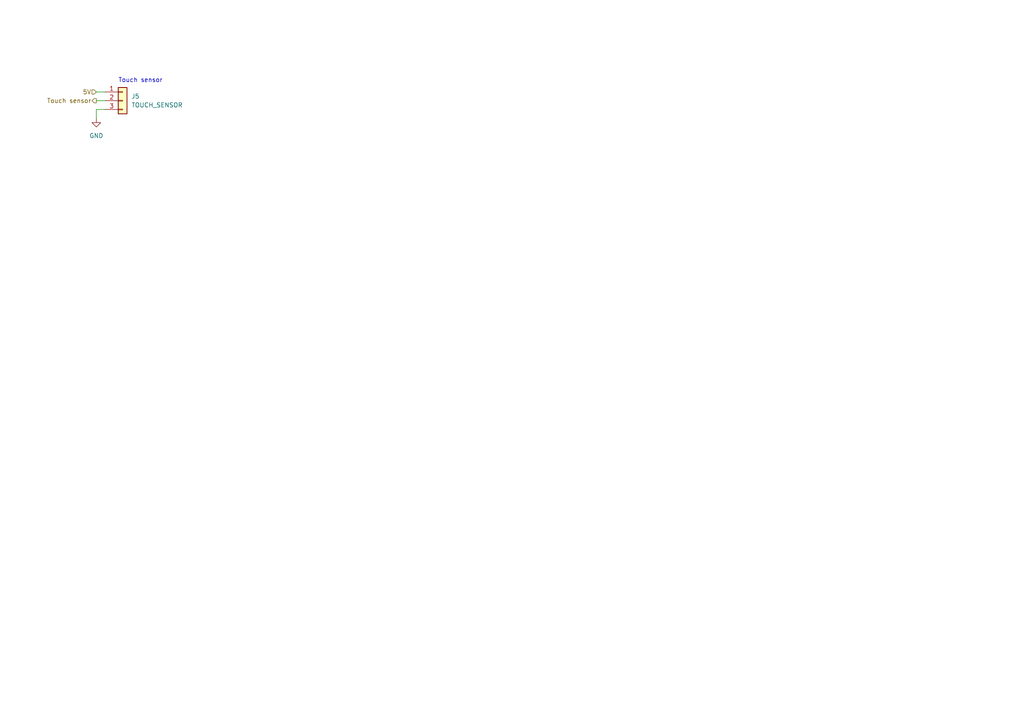
<source format=kicad_sch>
(kicad_sch (version 20211123) (generator eeschema)
  (paper "A4")
  (lib_symbols
    (symbol "Connector_Generic:Conn_01x03" (pin_names (offset 1.016) hide)
      (property "Reference" "J" (at 0 5.08 0))
      (property "Value" "Conn_01x03" (at 0 -5.08 0))
      (symbol "Conn_01x03_1_1"
        (rectangle (start -1.27 -2.413) (end 0 -2.667) (stroke (width 0.1524)))
        (rectangle (start -1.27 0.127) (end 0 -0.127) (stroke (width 0.1524)))
        (rectangle (start -1.27 2.667) (end 0 2.413) (stroke (width 0.1524)))
        (rectangle (start -1.27 3.81) (end 1.27 -3.81) (stroke (width 0.254)) (fill (type background)))
        (pin passive line (at -5.08 2.54 0) (length 3.81) (name "Pin_1") (number "1"))
        (pin passive line (at -5.08 0 0) (length 3.81) (name "Pin_2") (number "2"))
        (pin passive line (at -5.08 -2.54 0) (length 3.81) (name "Pin_3") (number "3"))
      )
    )
    (symbol "power:GND" (power) (pin_names (offset 0))
      (property "Value" "GND" (at 0 -3.81 0))
      (symbol "GND_0_1"
        (polyline (pts (xy 0 0) (xy 0 -1.27) (xy 1.27 -1.27) (xy 0 -2.54) (xy -1.27 -1.27) (xy 0 -1.27)))
      )
      (symbol "GND_1_1"
        (pin power_in line (at 0 0 270) (length 0) hide (name "GND") (number "1"))
      )
    )
  )
  (wire (pts (xy 27.94 29.21) (xy 30.48 29.21)))
  (wire (pts (xy 27.94 31.75) (xy 27.94 34.29)))
  (wire (pts (xy 30.48 31.75) (xy 27.94 31.75)))
  (wire (pts (xy 27.94 26.67) (xy 30.48 26.67)))
  (text "Touch sensor" (at 34.29 24.13 0) (effects (font (size 1.27 1.27)) (justify left bottom)))
  (hierarchical_label "Touch sensor" (shape output) (at 27.94 29.21 180))
  (hierarchical_label "5V" (shape input) (at 27.94 26.67 180))
  (symbol (lib_id "Connector_Generic:Conn_01x03") (at 35.56 29.21 0) (unit 1)
    (property "Reference" "J5" (at 38.1 27.9399 0) (effects (justify left)))
    (property "Value" "TOUCH_SENSOR" (at 38.1 30.4799 0) (effects (justify left)))
    (property "Footprint" "Connector_JST:JST_EH_B3B-EH-A_1x03_P2.50mm_Vertical" (effects hide))
  )
  (symbol (lib_id "power:GND") (at 27.94 34.29 0) (unit 1)
    (property "Reference" "#PWR0122" (effects hide))
    (property "Value" "GND" (at 27.94 39.37 0))
  )
)
</source>
